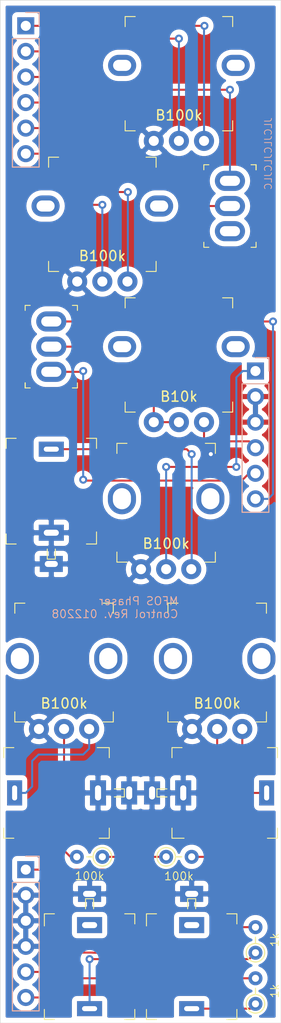
<source format=kicad_pcb>
(kicad_pcb (version 20171130) (host pcbnew "(5.1.10)-1")
  (layers (0 F.Cu signal) (31 B.Cu signal) (34 B.Paste user) (35 F.Paste user) (36 B.SilkS user) (37 F.SilkS user) (38 B.Mask user) (39 F.Mask user) (44 Edge.Cuts user))
  (net 0 "")
  (net 1 Depth_W)
  (net 2 Depth_CW)
  (net 3 Mode_Out)
  (net 4 Mode_In)
  (net 5 Rate_W)
  (net 6 Rate_CW)
  (net 7 Out2)
  (net 8 Out1)
  (net 9 GND)
  (net 10 CV)
  (net 11 OUT8)
  (net 12 OUT4)
  (net 13 FB)
  (net 14 In)
  (net 15 "Net-(J4-PadT)")
  (net 16 "Net-(J5-PadT)")
  (net 17 "Net-(J6-PadT)")
  (net 18 "Net-(J7-PadT)")
  (net 19 "Net-(J8-PadT)")
  (net 20 "Net-(P1-PadW)")
  (net 21 "Net-(P2-PadW)")
  (net 22 "Net-(P5-PadCCW)")
  (module Resistor_THT:R_Axial_DIN0204_L3.6mm_D1.6mm_P2.54mm_Vertical (layer F.Cu) (at 16.51 85.09)
    (fp_text reference R4 hide)
    (fp_text value 100k (at 1.27 1.92) (layer F.SilkS) (effects (font (size 0.8 0.8) (thickness 0.1))))
    (fp_line (start 0.92 0) (end 1.54 0) (layer F.SilkS) (width 0.12))
    (fp_circle (center 0 0) (end 0.92 0) (layer F.SilkS) (width 0.12))
    (pad 2 thru_hole oval (at 2.54 0) (size 1.4 1.4) (drill 0.7) (layers *.Cu *.Mask) (net 21 "Net-(P2-PadW)"))
    (pad 1 thru_hole circle (at 0 0) (size 1.4 1.4) (drill 0.7) (layers *.Cu *.Mask) (net 10 CV))
  )
  (module Resistor_THT:R_Axial_DIN0204_L3.6mm_D1.6mm_P2.54mm_Vertical (layer F.Cu) (at 10.16 85.09 180)
    (fp_text reference R3 hide)
    (fp_text value 100k (at 1.27 -1.905) (layer F.SilkS) (effects (font (size 0.8 0.8) (thickness 0.1))))
    (fp_line (start 0.92 0) (end 1.54 0) (layer F.SilkS) (width 0.12))
    (fp_circle (center 0 0) (end 0.92 0) (layer F.SilkS) (width 0.12))
    (pad 2 thru_hole oval (at 2.54 0 180) (size 1.4 1.4) (drill 0.7) (layers *.Cu *.Mask) (net 20 "Net-(P1-PadW)"))
    (pad 1 thru_hole circle (at 0 0 180) (size 1.4 1.4) (drill 0.7) (layers *.Cu *.Mask) (net 10 CV))
  )
  (module Resistor_THT:R_Axial_DIN0204_L3.6mm_D1.6mm_P2.54mm_Vertical (layer F.Cu) (at 25.4 99.695 90)
    (fp_text reference R2 hide)
    (fp_text value 1k (at 1.27 1.92 90) (layer F.SilkS) (effects (font (size 0.8 0.8) (thickness 0.1))))
    (fp_line (start 0.92 0) (end 1.54 0) (layer F.SilkS) (width 0.12))
    (fp_circle (center 0 0) (end 0.92 0) (layer F.SilkS) (width 0.12))
    (pad 2 thru_hole oval (at 2.54 0 90) (size 1.4 1.4) (drill 0.7) (layers *.Cu *.Mask) (net 7 Out2))
    (pad 1 thru_hole circle (at 0 0 90) (size 1.4 1.4) (drill 0.7) (layers *.Cu *.Mask) (net 19 "Net-(J8-PadT)"))
  )
  (module Resistor_THT:R_Axial_DIN0204_L3.6mm_D1.6mm_P2.54mm_Vertical (layer F.Cu) (at 25.4 94.615 90)
    (fp_text reference R1 hide)
    (fp_text value 1k (at 1.27 1.92 90) (layer F.SilkS) (effects (font (size 0.8 0.8) (thickness 0.1))))
    (fp_line (start 0.92 0) (end 1.54 0) (layer F.SilkS) (width 0.12))
    (fp_circle (center 0 0) (end 0.92 0) (layer F.SilkS) (width 0.12))
    (pad 2 thru_hole oval (at 2.54 0 90) (size 1.4 1.4) (drill 0.7) (layers *.Cu *.Mask) (net 8 Out1))
    (pad 1 thru_hole circle (at 0 0 90) (size 1.4 1.4) (drill 0.7) (layers *.Cu *.Mask) (net 18 "Net-(J7-PadT)"))
  )
  (module Potentiometer_THT_Additional:Potentiometer_AlpsAlpine_RK09K1130 (layer F.Cu) (at 16.51 56.515)
    (fp_text reference P3 hide)
    (fp_text value B100k (at 0 -2.54) (layer F.SilkS))
    (fp_line (start -4.9 -0.7) (end -3.9 -0.7) (layer F.SilkS) (width 0.1))
    (fp_line (start -4.9 -0.7) (end -4.9 -1.7) (layer F.SilkS) (width 0.1))
    (fp_line (start 4.9 -0.7) (end 3.9 -0.7) (layer F.SilkS) (width 0.1))
    (fp_line (start 4.9 -0.7) (end 4.9 -1.7) (layer F.SilkS) (width 0.1))
    (fp_line (start 4.9 -12.5) (end 4.9 -11.5) (layer F.SilkS) (width 0.1))
    (fp_line (start 4.9 -12.5) (end 3.9 -12.5) (layer F.SilkS) (width 0.1))
    (fp_line (start -4.9 -12.5) (end -3.9 -12.5) (layer F.SilkS) (width 0.1))
    (fp_line (start -4.9 -12.5) (end -4.9 -11.5) (layer F.SilkS) (width 0.1))
    (pad "" np_thru_hole oval (at 4.4 -7) (size 2.8 3.1) (drill oval 1.8 2.1) (layers *.Cu *.Mask))
    (pad CW thru_hole circle (at 2.5 0) (size 2 2) (drill 1) (layers *.Cu *.Mask) (net 17 "Net-(J6-PadT)"))
    (pad W thru_hole circle (at 0 0) (size 2 2) (drill 1) (layers *.Cu *.Mask) (net 14 In))
    (pad CCW thru_hole circle (at -2.5 0) (size 2 2) (drill 1) (layers *.Cu *.Mask) (net 9 GND))
    (pad "" np_thru_hole oval (at -4.4 -7) (size 2.8 3.1) (drill oval 1.8 2.1) (layers *.Cu *.Mask))
  )
  (module Switches_Additional:Switches_SMTS-10x (layer F.Cu) (at 22.86 20.44)
    (fp_text reference SW2 hide)
    (fp_text value Mode hide)
    (fp_line (start 2.6 -4.1) (end 2.6 -3.6) (layer F.SilkS) (width 0.12))
    (fp_line (start 2.1 -4.1) (end 2.6 -4.1) (layer F.SilkS) (width 0.1))
    (fp_line (start 2.6 4.1) (end 2.1 4.1) (layer F.SilkS) (width 0.1))
    (fp_line (start 2.6 4.1) (end 2.6 3.6) (layer F.SilkS) (width 0.1))
    (fp_line (start -2.6 4.1) (end -2.1 4.1) (layer F.SilkS) (width 0.1))
    (fp_line (start -2.6 4.1) (end -2.6 3.6) (layer F.SilkS) (width 0.1))
    (fp_line (start -2.6 -4.1) (end -2.1 -4.1) (layer F.SilkS) (width 0.1))
    (fp_line (start -2.6 -4.1) (end -2.6 -3.6) (layer F.SilkS) (width 0.1))
    (pad 1 thru_hole oval (at 0 -2.5) (size 3 2) (drill oval 2 1) (layers *.Cu *.Mask) (net 4 Mode_In))
    (pad 2 thru_hole oval (at 0 0) (size 3 2) (drill oval 2 1) (layers *.Cu *.Mask) (net 3 Mode_Out))
    (pad 3 thru_hole oval (at 0 2.5) (size 3 2) (drill oval 2 1) (layers *.Cu *.Mask))
  )
  (module Switches_Additional:Switches_SMTS-10x (layer F.Cu) (at 5.08 34.41 180)
    (fp_text reference SW1 hide)
    (fp_text value Stages hide)
    (fp_line (start 2.6 -4.1) (end 2.6 -3.6) (layer F.SilkS) (width 0.12))
    (fp_line (start 2.1 -4.1) (end 2.6 -4.1) (layer F.SilkS) (width 0.1))
    (fp_line (start 2.6 4.1) (end 2.1 4.1) (layer F.SilkS) (width 0.1))
    (fp_line (start 2.6 4.1) (end 2.6 3.6) (layer F.SilkS) (width 0.1))
    (fp_line (start -2.6 4.1) (end -2.1 4.1) (layer F.SilkS) (width 0.1))
    (fp_line (start -2.6 4.1) (end -2.6 3.6) (layer F.SilkS) (width 0.1))
    (fp_line (start -2.6 -4.1) (end -2.1 -4.1) (layer F.SilkS) (width 0.1))
    (fp_line (start -2.6 -4.1) (end -2.6 -3.6) (layer F.SilkS) (width 0.1))
    (pad 1 thru_hole oval (at 0 -2.5 180) (size 3 2) (drill oval 2 1) (layers *.Cu *.Mask) (net 12 OUT4))
    (pad 2 thru_hole oval (at 0 0 180) (size 3 2) (drill oval 2 1) (layers *.Cu *.Mask) (net 22 "Net-(P5-PadCCW)"))
    (pad 3 thru_hole oval (at 0 2.5 180) (size 3 2) (drill oval 2 1) (layers *.Cu *.Mask) (net 11 OUT8))
  )
  (module Potentiometer_THT_Additional:Potentiometer_AlpsAlpine_RK09L1140 (layer F.Cu) (at 10.16 27.94)
    (fp_text reference P6 hide)
    (fp_text value B100k (at 0 -2.54) (layer F.SilkS))
    (fp_line (start 5.35 -1) (end 4.35 -1) (layer F.SilkS) (width 0.1))
    (fp_line (start 5.35 -1) (end 5.35 -2) (layer F.SilkS) (width 0.1))
    (fp_line (start -5.35 -1) (end -4.35 -1) (layer F.SilkS) (width 0.1))
    (fp_line (start -5.35 -1) (end -5.35 -2) (layer F.SilkS) (width 0.1))
    (fp_line (start 5.35 -12.35) (end 5.35 -11.35) (layer F.SilkS) (width 0.1))
    (fp_line (start 5.35 -12.35) (end 4.35 -12.35) (layer F.SilkS) (width 0.1))
    (fp_line (start -5.35 -12.35) (end -5.35 -11.35) (layer F.SilkS) (width 0.1))
    (fp_line (start -5.35 -12.35) (end -4.35 -12.35) (layer F.SilkS) (width 0.1))
    (pad CW thru_hole circle (at 2.5 0) (size 2 2) (drill 1) (layers *.Cu *.Mask) (net 2 Depth_CW))
    (pad W thru_hole circle (at 0 0) (size 2 2) (drill 1) (layers *.Cu *.Mask) (net 1 Depth_W))
    (pad CCW thru_hole circle (at -2.5 0) (size 2 2) (drill 1) (layers *.Cu *.Mask) (net 9 GND))
    (pad "" np_thru_hole oval (at 5.65 -7.5) (size 2.8 2.1) (drill oval 1.8 1.1) (layers *.Cu *.Mask))
    (pad "" np_thru_hole oval (at -5.65 -7.5) (size 2.8 2.1) (drill oval 1.8 1.1) (layers *.Cu *.Mask))
  )
  (module Potentiometer_THT_Additional:Potentiometer_AlpsAlpine_RK09L1140 (layer F.Cu) (at 17.78 41.91)
    (fp_text reference P5 hide)
    (fp_text value B10k (at 0 -2.54) (layer F.SilkS))
    (fp_line (start 5.35 -1) (end 4.35 -1) (layer F.SilkS) (width 0.1))
    (fp_line (start 5.35 -1) (end 5.35 -2) (layer F.SilkS) (width 0.1))
    (fp_line (start -5.35 -1) (end -4.35 -1) (layer F.SilkS) (width 0.1))
    (fp_line (start -5.35 -1) (end -5.35 -2) (layer F.SilkS) (width 0.1))
    (fp_line (start 5.35 -12.35) (end 5.35 -11.35) (layer F.SilkS) (width 0.1))
    (fp_line (start 5.35 -12.35) (end 4.35 -12.35) (layer F.SilkS) (width 0.1))
    (fp_line (start -5.35 -12.35) (end -5.35 -11.35) (layer F.SilkS) (width 0.1))
    (fp_line (start -5.35 -12.35) (end -4.35 -12.35) (layer F.SilkS) (width 0.1))
    (pad CW thru_hole circle (at 2.5 0) (size 2 2) (drill 1) (layers *.Cu *.Mask) (net 13 FB))
    (pad W thru_hole circle (at 0 0) (size 2 2) (drill 1) (layers *.Cu *.Mask) (net 22 "Net-(P5-PadCCW)"))
    (pad CCW thru_hole circle (at -2.5 0) (size 2 2) (drill 1) (layers *.Cu *.Mask) (net 22 "Net-(P5-PadCCW)"))
    (pad "" np_thru_hole oval (at 5.65 -7.5) (size 2.8 2.1) (drill oval 1.8 1.1) (layers *.Cu *.Mask))
    (pad "" np_thru_hole oval (at -5.65 -7.5) (size 2.8 2.1) (drill oval 1.8 1.1) (layers *.Cu *.Mask))
  )
  (module Potentiometer_THT_Additional:Potentiometer_AlpsAlpine_RK09L1140 (layer F.Cu) (at 17.78 13.97)
    (fp_text reference P4 hide)
    (fp_text value B100k (at 0 -2.54) (layer F.SilkS))
    (fp_line (start 5.35 -1) (end 4.35 -1) (layer F.SilkS) (width 0.1))
    (fp_line (start 5.35 -1) (end 5.35 -2) (layer F.SilkS) (width 0.1))
    (fp_line (start -5.35 -1) (end -4.35 -1) (layer F.SilkS) (width 0.1))
    (fp_line (start -5.35 -1) (end -5.35 -2) (layer F.SilkS) (width 0.1))
    (fp_line (start 5.35 -12.35) (end 5.35 -11.35) (layer F.SilkS) (width 0.1))
    (fp_line (start 5.35 -12.35) (end 4.35 -12.35) (layer F.SilkS) (width 0.1))
    (fp_line (start -5.35 -12.35) (end -5.35 -11.35) (layer F.SilkS) (width 0.1))
    (fp_line (start -5.35 -12.35) (end -4.35 -12.35) (layer F.SilkS) (width 0.1))
    (pad CW thru_hole circle (at 2.5 0) (size 2 2) (drill 1) (layers *.Cu *.Mask) (net 6 Rate_CW))
    (pad W thru_hole circle (at 0 0) (size 2 2) (drill 1) (layers *.Cu *.Mask) (net 5 Rate_W))
    (pad CCW thru_hole circle (at -2.5 0) (size 2 2) (drill 1) (layers *.Cu *.Mask) (net 9 GND))
    (pad "" np_thru_hole oval (at 5.65 -7.5) (size 2.8 2.1) (drill oval 1.8 1.1) (layers *.Cu *.Mask))
    (pad "" np_thru_hole oval (at -5.65 -7.5) (size 2.8 2.1) (drill oval 1.8 1.1) (layers *.Cu *.Mask))
  )
  (module Potentiometer_THT_Additional:Potentiometer_AlpsAlpine_RK09K1130 (layer F.Cu) (at 21.59 72.39)
    (fp_text reference P2 hide)
    (fp_text value B100k (at 0 -2.54) (layer F.SilkS))
    (fp_line (start -4.9 -0.7) (end -3.9 -0.7) (layer F.SilkS) (width 0.1))
    (fp_line (start -4.9 -0.7) (end -4.9 -1.7) (layer F.SilkS) (width 0.1))
    (fp_line (start 4.9 -0.7) (end 3.9 -0.7) (layer F.SilkS) (width 0.1))
    (fp_line (start 4.9 -0.7) (end 4.9 -1.7) (layer F.SilkS) (width 0.1))
    (fp_line (start 4.9 -12.5) (end 4.9 -11.5) (layer F.SilkS) (width 0.1))
    (fp_line (start 4.9 -12.5) (end 3.9 -12.5) (layer F.SilkS) (width 0.1))
    (fp_line (start -4.9 -12.5) (end -3.9 -12.5) (layer F.SilkS) (width 0.1))
    (fp_line (start -4.9 -12.5) (end -4.9 -11.5) (layer F.SilkS) (width 0.1))
    (pad "" np_thru_hole oval (at 4.4 -7) (size 2.8 3.1) (drill oval 1.8 2.1) (layers *.Cu *.Mask))
    (pad CW thru_hole circle (at 2.5 0) (size 2 2) (drill 1) (layers *.Cu *.Mask) (net 16 "Net-(J5-PadT)"))
    (pad W thru_hole circle (at 0 0) (size 2 2) (drill 1) (layers *.Cu *.Mask) (net 21 "Net-(P2-PadW)"))
    (pad CCW thru_hole circle (at -2.5 0) (size 2 2) (drill 1) (layers *.Cu *.Mask) (net 9 GND))
    (pad "" np_thru_hole oval (at -4.4 -7) (size 2.8 3.1) (drill oval 1.8 2.1) (layers *.Cu *.Mask))
  )
  (module Potentiometer_THT_Additional:Potentiometer_AlpsAlpine_RK09K1130 (layer F.Cu) (at 6.35 72.39)
    (fp_text reference P1 hide)
    (fp_text value B100k (at 0 -2.54) (layer F.SilkS))
    (fp_line (start -4.9 -0.7) (end -3.9 -0.7) (layer F.SilkS) (width 0.1))
    (fp_line (start -4.9 -0.7) (end -4.9 -1.7) (layer F.SilkS) (width 0.1))
    (fp_line (start 4.9 -0.7) (end 3.9 -0.7) (layer F.SilkS) (width 0.1))
    (fp_line (start 4.9 -0.7) (end 4.9 -1.7) (layer F.SilkS) (width 0.1))
    (fp_line (start 4.9 -12.5) (end 4.9 -11.5) (layer F.SilkS) (width 0.1))
    (fp_line (start 4.9 -12.5) (end 3.9 -12.5) (layer F.SilkS) (width 0.1))
    (fp_line (start -4.9 -12.5) (end -3.9 -12.5) (layer F.SilkS) (width 0.1))
    (fp_line (start -4.9 -12.5) (end -4.9 -11.5) (layer F.SilkS) (width 0.1))
    (pad "" np_thru_hole oval (at 4.4 -7) (size 2.8 3.1) (drill oval 1.8 2.1) (layers *.Cu *.Mask))
    (pad CW thru_hole circle (at 2.5 0) (size 2 2) (drill 1) (layers *.Cu *.Mask) (net 15 "Net-(J4-PadT)"))
    (pad W thru_hole circle (at 0 0) (size 2 2) (drill 1) (layers *.Cu *.Mask) (net 20 "Net-(P1-PadW)"))
    (pad CCW thru_hole circle (at -2.5 0) (size 2 2) (drill 1) (layers *.Cu *.Mask) (net 9 GND))
    (pad "" np_thru_hole oval (at -4.4 -7) (size 2.8 3.1) (drill oval 1.8 2.1) (layers *.Cu *.Mask))
  )
  (module Connector_Audio_QingPu:Jack_3.5mm_QingPu_WQP-PJ301M-12 (layer F.Cu) (at 19.05 95.25 180)
    (fp_text reference J8 hide)
    (fp_text value Out2 hide)
    (fp_line (start 0.4 5) (end 0.4 6) (layer F.SilkS) (width 0.1))
    (fp_line (start -0.4 6) (end 0.4 6) (layer F.SilkS) (width 0.1))
    (fp_line (start -0.4 5) (end -0.4 6) (layer F.SilkS) (width 0.1))
    (fp_line (start 4.5 4.5) (end 3.5 4.5) (layer F.SilkS) (width 0.1))
    (fp_line (start 4.5 4.5) (end 4.5 3.3) (layer F.SilkS) (width 0.1))
    (fp_line (start -4.5 4.5) (end -3.5 4.5) (layer F.SilkS) (width 0.1))
    (fp_line (start -4.5 4.5) (end -4.5 3.5) (layer F.SilkS) (width 0.1))
    (fp_line (start 4.5 -6) (end 3.5 -6) (layer F.SilkS) (width 0.1))
    (fp_line (start 4.5 -6) (end 4.5 -5) (layer F.SilkS) (width 0.1))
    (fp_line (start -4.5 -6) (end -4.5 -5) (layer F.SilkS) (width 0.1))
    (fp_line (start -4.5 -6) (end -3.5 -6) (layer F.SilkS) (width 0.1))
    (pad T thru_hole rect (at 0 -4.92 180) (size 2.5 1.5) (drill oval 1.5 0.5) (layers *.Cu *.Mask) (net 19 "Net-(J8-PadT)"))
    (pad TN thru_hole rect (at 0 3.38 180) (size 2.5 1.6) (drill oval 1.5 0.6) (layers *.Cu *.Mask))
    (pad S thru_hole rect (at 0 6.48 180) (size 2.3 1.6) (drill oval 1.3 0.6) (layers *.Cu *.Mask) (net 9 GND))
  )
  (module Connector_Audio_QingPu:Jack_3.5mm_QingPu_WQP-PJ301M-12 (layer F.Cu) (at 8.89 95.25 180)
    (fp_text reference J7 hide)
    (fp_text value Out1 hide)
    (fp_line (start 0.4 5) (end 0.4 6) (layer F.SilkS) (width 0.1))
    (fp_line (start -0.4 6) (end 0.4 6) (layer F.SilkS) (width 0.1))
    (fp_line (start -0.4 5) (end -0.4 6) (layer F.SilkS) (width 0.1))
    (fp_line (start 4.5 4.5) (end 3.5 4.5) (layer F.SilkS) (width 0.1))
    (fp_line (start 4.5 4.5) (end 4.5 3.3) (layer F.SilkS) (width 0.1))
    (fp_line (start -4.5 4.5) (end -3.5 4.5) (layer F.SilkS) (width 0.1))
    (fp_line (start -4.5 4.5) (end -4.5 3.5) (layer F.SilkS) (width 0.1))
    (fp_line (start 4.5 -6) (end 3.5 -6) (layer F.SilkS) (width 0.1))
    (fp_line (start 4.5 -6) (end 4.5 -5) (layer F.SilkS) (width 0.1))
    (fp_line (start -4.5 -6) (end -4.5 -5) (layer F.SilkS) (width 0.1))
    (fp_line (start -4.5 -6) (end -3.5 -6) (layer F.SilkS) (width 0.1))
    (pad T thru_hole rect (at 0 -4.92 180) (size 2.5 1.5) (drill oval 1.5 0.5) (layers *.Cu *.Mask) (net 18 "Net-(J7-PadT)"))
    (pad TN thru_hole rect (at 0 3.38 180) (size 2.5 1.6) (drill oval 1.5 0.6) (layers *.Cu *.Mask))
    (pad S thru_hole rect (at 0 6.48 180) (size 2.3 1.6) (drill oval 1.3 0.6) (layers *.Cu *.Mask) (net 9 GND))
  )
  (module Connector_Audio_QingPu:Jack_3.5mm_QingPu_WQP-PJ301M-12 (layer F.Cu) (at 5.08 49.515)
    (fp_text reference J6 hide)
    (fp_text value In hide)
    (fp_line (start 0.4 5) (end 0.4 6) (layer F.SilkS) (width 0.1))
    (fp_line (start -0.4 6) (end 0.4 6) (layer F.SilkS) (width 0.1))
    (fp_line (start -0.4 5) (end -0.4 6) (layer F.SilkS) (width 0.1))
    (fp_line (start 4.5 4.5) (end 3.5 4.5) (layer F.SilkS) (width 0.1))
    (fp_line (start 4.5 4.5) (end 4.5 3.3) (layer F.SilkS) (width 0.1))
    (fp_line (start -4.5 4.5) (end -3.5 4.5) (layer F.SilkS) (width 0.1))
    (fp_line (start -4.5 4.5) (end -4.5 3.5) (layer F.SilkS) (width 0.1))
    (fp_line (start 4.5 -6) (end 3.5 -6) (layer F.SilkS) (width 0.1))
    (fp_line (start 4.5 -6) (end 4.5 -5) (layer F.SilkS) (width 0.1))
    (fp_line (start -4.5 -6) (end -4.5 -5) (layer F.SilkS) (width 0.1))
    (fp_line (start -4.5 -6) (end -3.5 -6) (layer F.SilkS) (width 0.1))
    (pad T thru_hole rect (at 0 -4.92) (size 2.5 1.5) (drill oval 1.5 0.5) (layers *.Cu *.Mask) (net 17 "Net-(J6-PadT)"))
    (pad TN thru_hole rect (at 0 3.38) (size 2.5 1.6) (drill oval 1.5 0.6) (layers *.Cu *.Mask) (net 9 GND))
    (pad S thru_hole rect (at 0 6.48) (size 2.3 1.6) (drill oval 1.3 0.6) (layers *.Cu *.Mask) (net 9 GND))
  )
  (module Connector_Audio_QingPu:Jack_3.5mm_QingPu_WQP-PJ301M-12 (layer F.Cu) (at 21.59 78.74 270)
    (fp_text reference J5 hide)
    (fp_text value CV2 hide)
    (fp_line (start 0.4 5) (end 0.4 6) (layer F.SilkS) (width 0.1))
    (fp_line (start -0.4 6) (end 0.4 6) (layer F.SilkS) (width 0.1))
    (fp_line (start -0.4 5) (end -0.4 6) (layer F.SilkS) (width 0.1))
    (fp_line (start 4.5 4.5) (end 3.5 4.5) (layer F.SilkS) (width 0.1))
    (fp_line (start 4.5 4.5) (end 4.5 3.3) (layer F.SilkS) (width 0.1))
    (fp_line (start -4.5 4.5) (end -3.5 4.5) (layer F.SilkS) (width 0.1))
    (fp_line (start -4.5 4.5) (end -4.5 3.5) (layer F.SilkS) (width 0.1))
    (fp_line (start 4.5 -6) (end 3.5 -6) (layer F.SilkS) (width 0.1))
    (fp_line (start 4.5 -6) (end 4.5 -5) (layer F.SilkS) (width 0.1))
    (fp_line (start -4.5 -6) (end -4.5 -5) (layer F.SilkS) (width 0.1))
    (fp_line (start -4.5 -6) (end -3.5 -6) (layer F.SilkS) (width 0.1))
    (pad T thru_hole rect (at 0 -4.92 270) (size 2.5 1.5) (drill oval 1.5 0.5) (layers *.Cu *.Mask) (net 16 "Net-(J5-PadT)"))
    (pad TN thru_hole rect (at 0 3.38 270) (size 2.5 1.6) (drill oval 1.5 0.6) (layers *.Cu *.Mask) (net 9 GND))
    (pad S thru_hole rect (at 0 6.48 270) (size 2.3 1.6) (drill oval 1.3 0.6) (layers *.Cu *.Mask) (net 9 GND))
  )
  (module Connector_Audio_QingPu:Jack_3.5mm_QingPu_WQP-PJ301M-12 (layer F.Cu) (at 6.35 78.74 90)
    (fp_text reference J4 hide)
    (fp_text value CV1 hide)
    (fp_line (start 0.4 5) (end 0.4 6) (layer F.SilkS) (width 0.1))
    (fp_line (start -0.4 6) (end 0.4 6) (layer F.SilkS) (width 0.1))
    (fp_line (start -0.4 5) (end -0.4 6) (layer F.SilkS) (width 0.1))
    (fp_line (start 4.5 4.5) (end 3.5 4.5) (layer F.SilkS) (width 0.1))
    (fp_line (start 4.5 4.5) (end 4.5 3.3) (layer F.SilkS) (width 0.1))
    (fp_line (start -4.5 4.5) (end -3.5 4.5) (layer F.SilkS) (width 0.1))
    (fp_line (start -4.5 4.5) (end -4.5 3.5) (layer F.SilkS) (width 0.1))
    (fp_line (start 4.5 -6) (end 3.5 -6) (layer F.SilkS) (width 0.1))
    (fp_line (start 4.5 -6) (end 4.5 -5) (layer F.SilkS) (width 0.1))
    (fp_line (start -4.5 -6) (end -4.5 -5) (layer F.SilkS) (width 0.1))
    (fp_line (start -4.5 -6) (end -3.5 -6) (layer F.SilkS) (width 0.1))
    (pad T thru_hole rect (at 0 -4.92 90) (size 2.5 1.5) (drill oval 1.5 0.5) (layers *.Cu *.Mask) (net 15 "Net-(J4-PadT)"))
    (pad TN thru_hole rect (at 0 3.38 90) (size 2.5 1.6) (drill oval 1.5 0.6) (layers *.Cu *.Mask) (net 9 GND))
    (pad S thru_hole rect (at 0 6.48 90) (size 2.3 1.6) (drill oval 1.3 0.6) (layers *.Cu *.Mask) (net 9 GND))
  )
  (module Connector_PinHeader_2.54mm:PinHeader_1x06_P2.54mm_Vertical (layer B.Cu) (at 25.4 36.83 180)
    (fp_text reference J3 hide)
    (fp_text value In hide)
    (fp_line (start -1.33 -14.03) (end 1.33 -14.03) (layer B.SilkS) (width 0.12))
    (fp_line (start -1.33 -1.27) (end -1.33 -14.03) (layer B.SilkS) (width 0.12))
    (fp_line (start 1.33 -1.27) (end 1.33 -14.03) (layer B.SilkS) (width 0.12))
    (fp_line (start -1.33 -1.27) (end 1.33 -1.27) (layer B.SilkS) (width 0.12))
    (fp_line (start -1.33 0) (end -1.33 1.33) (layer B.SilkS) (width 0.12))
    (fp_line (start -1.33 1.33) (end 0 1.33) (layer B.SilkS) (width 0.12))
    (pad 6 thru_hole oval (at 0 -12.7 180) (size 1.7 1.7) (drill 1) (layers *.Cu *.Mask) (net 11 OUT8))
    (pad 5 thru_hole oval (at 0 -10.16 180) (size 1.7 1.7) (drill 1) (layers *.Cu *.Mask) (net 12 OUT4))
    (pad 4 thru_hole oval (at 0 -7.62 180) (size 1.7 1.7) (drill 1) (layers *.Cu *.Mask) (net 13 FB))
    (pad 3 thru_hole oval (at 0 -5.08 180) (size 1.7 1.7) (drill 1) (layers *.Cu *.Mask) (net 9 GND))
    (pad 2 thru_hole oval (at 0 -2.54 180) (size 1.7 1.7) (drill 1) (layers *.Cu *.Mask) (net 9 GND))
    (pad 1 thru_hole rect (at 0 0 180) (size 1.7 1.7) (drill 1) (layers *.Cu *.Mask) (net 14 In))
  )
  (module Connector_PinHeader_2.54mm:PinHeader_1x06_P2.54mm_Vertical (layer B.Cu) (at 2.54 86.36 180)
    (fp_text reference J2 hide)
    (fp_text value CV_OUT hide)
    (fp_line (start -1.33 -14.03) (end 1.33 -14.03) (layer B.SilkS) (width 0.12))
    (fp_line (start -1.33 -1.27) (end -1.33 -14.03) (layer B.SilkS) (width 0.12))
    (fp_line (start 1.33 -1.27) (end 1.33 -14.03) (layer B.SilkS) (width 0.12))
    (fp_line (start -1.33 -1.27) (end 1.33 -1.27) (layer B.SilkS) (width 0.12))
    (fp_line (start -1.33 0) (end -1.33 1.33) (layer B.SilkS) (width 0.12))
    (fp_line (start -1.33 1.33) (end 0 1.33) (layer B.SilkS) (width 0.12))
    (pad 6 thru_hole oval (at 0 -12.7 180) (size 1.7 1.7) (drill 1) (layers *.Cu *.Mask) (net 7 Out2))
    (pad 5 thru_hole oval (at 0 -10.16 180) (size 1.7 1.7) (drill 1) (layers *.Cu *.Mask) (net 8 Out1))
    (pad 4 thru_hole oval (at 0 -7.62 180) (size 1.7 1.7) (drill 1) (layers *.Cu *.Mask) (net 9 GND))
    (pad 3 thru_hole oval (at 0 -5.08 180) (size 1.7 1.7) (drill 1) (layers *.Cu *.Mask) (net 9 GND))
    (pad 2 thru_hole oval (at 0 -2.54 180) (size 1.7 1.7) (drill 1) (layers *.Cu *.Mask) (net 9 GND))
    (pad 1 thru_hole rect (at 0 0 180) (size 1.7 1.7) (drill 1) (layers *.Cu *.Mask) (net 10 CV))
  )
  (module Connector_PinHeader_2.54mm:PinHeader_1x06_P2.54mm_Vertical (layer B.Cu) (at 2.54 2.54 180)
    (fp_text reference J1 hide)
    (fp_text value LFO hide)
    (fp_line (start -1.33 -14.03) (end 1.33 -14.03) (layer B.SilkS) (width 0.12))
    (fp_line (start -1.33 -1.27) (end -1.33 -14.03) (layer B.SilkS) (width 0.12))
    (fp_line (start 1.33 -1.27) (end 1.33 -14.03) (layer B.SilkS) (width 0.12))
    (fp_line (start -1.33 -1.27) (end 1.33 -1.27) (layer B.SilkS) (width 0.12))
    (fp_line (start -1.33 0) (end -1.33 1.33) (layer B.SilkS) (width 0.12))
    (fp_line (start -1.33 1.33) (end 0 1.33) (layer B.SilkS) (width 0.12))
    (pad 6 thru_hole oval (at 0 -12.7 180) (size 1.7 1.7) (drill 1) (layers *.Cu *.Mask) (net 1 Depth_W))
    (pad 5 thru_hole oval (at 0 -10.16 180) (size 1.7 1.7) (drill 1) (layers *.Cu *.Mask) (net 2 Depth_CW))
    (pad 4 thru_hole oval (at 0 -7.62 180) (size 1.7 1.7) (drill 1) (layers *.Cu *.Mask) (net 3 Mode_Out))
    (pad 3 thru_hole oval (at 0 -5.08 180) (size 1.7 1.7) (drill 1) (layers *.Cu *.Mask) (net 4 Mode_In))
    (pad 2 thru_hole oval (at 0 -2.54 180) (size 1.7 1.7) (drill 1) (layers *.Cu *.Mask) (net 5 Rate_W))
    (pad 1 thru_hole rect (at 0 0 180) (size 1.7 1.7) (drill 1) (layers *.Cu *.Mask) (net 6 Rate_CW))
  )
  (gr_text JLCJLCJLCJLC (at 26.67 15.24 90) (layer B.SilkS) (effects (font (size 0.7 0.7) (thickness 0.08)) (justify mirror)))
  (gr_text "MFOS Phaser\nControl Rev. 012208" (at 17.78 60.325) (layer B.SilkS) (effects (font (size 0.8 0.8) (thickness 0.1)) (justify left mirror)))
  (gr_line (start 0 101.6) (end 0 0) (layer Edge.Cuts) (width 0.05))
  (gr_line (start 27.94 101.6) (end 0 101.6) (layer Edge.Cuts) (width 0.05))
  (gr_line (start 27.94 0) (end 27.94 101.6) (layer Edge.Cuts) (width 0.05))
  (gr_line (start 0 0) (end 27.94 0) (layer Edge.Cuts) (width 0.05))
  (segment (start 2.54 15.24) (end 5.715 15.24) (width 0.2) (layer F.Cu) (net 1))
  (segment (start 5.715 15.24) (end 6.35 15.875) (width 0.2) (layer F.Cu) (net 1))
  (segment (start 6.35 15.875) (end 6.35 17.78) (width 0.2) (layer F.Cu) (net 1))
  (segment (start 6.35 17.78) (end 8.89 20.32) (width 0.2) (layer F.Cu) (net 1))
  (segment (start 8.89 20.32) (end 10.16 20.32) (width 0.2) (layer F.Cu) (net 1))
  (segment (start 10.16 20.32) (end 10.16 20.32) (width 0.2) (layer F.Cu) (net 1))
  (via (at 10.16 20.32) (size 0.8) (drill 0.4) (layers F.Cu B.Cu) (net 1))
  (segment (start 10.16 20.32) (end 10.16 27.94) (width 0.2) (layer B.Cu) (net 1))
  (segment (start 2.54 12.7) (end 6.985 12.7) (width 0.2) (layer F.Cu) (net 2))
  (segment (start 6.985 12.7) (end 7.62 13.335) (width 0.2) (layer F.Cu) (net 2))
  (segment (start 7.62 13.335) (end 7.62 17.145) (width 0.2) (layer F.Cu) (net 2))
  (segment (start 7.62 17.145) (end 9.525 19.05) (width 0.2) (layer F.Cu) (net 2))
  (segment (start 9.525 19.05) (end 12.7 19.05) (width 0.2) (layer F.Cu) (net 2))
  (segment (start 12.7 19.05) (end 12.7 19.05) (width 0.2) (layer F.Cu) (net 2))
  (via (at 12.7 19.05) (size 0.8) (drill 0.4) (layers F.Cu B.Cu) (net 2))
  (segment (start 12.7 27.9) (end 12.66 27.94) (width 0.2) (layer B.Cu) (net 2))
  (segment (start 12.7 19.05) (end 12.7 27.9) (width 0.2) (layer B.Cu) (net 2))
  (segment (start 2.54 10.16) (end 6.985 10.16) (width 0.2) (layer F.Cu) (net 3))
  (segment (start 6.985 10.16) (end 8.89 12.065) (width 0.2) (layer F.Cu) (net 3))
  (segment (start 8.89 12.065) (end 8.89 15.875) (width 0.2) (layer F.Cu) (net 3))
  (segment (start 8.89 15.875) (end 10.795 17.78) (width 0.2) (layer F.Cu) (net 3))
  (segment (start 10.795 17.78) (end 17.145 17.78) (width 0.2) (layer F.Cu) (net 3))
  (segment (start 19.805 20.44) (end 22.86 20.44) (width 0.2) (layer F.Cu) (net 3))
  (segment (start 17.145 17.78) (end 19.805 20.44) (width 0.2) (layer F.Cu) (net 3))
  (segment (start 2.54 7.62) (end 6.35 7.62) (width 0.2) (layer F.Cu) (net 4))
  (segment (start 6.35 7.62) (end 7.62 8.89) (width 0.2) (layer F.Cu) (net 4))
  (segment (start 7.62 8.89) (end 22.86 8.89) (width 0.2) (layer F.Cu) (net 4))
  (segment (start 22.86 8.89) (end 22.86 8.89) (width 0.2) (layer F.Cu) (net 4))
  (via (at 22.86 8.89) (size 0.8) (drill 0.4) (layers F.Cu B.Cu) (net 4))
  (segment (start 22.86 17.94) (end 22.86 8.89) (width 0.2) (layer B.Cu) (net 4))
  (segment (start 2.54 5.08) (end 5.715 5.08) (width 0.2) (layer F.Cu) (net 5))
  (segment (start 5.715 5.08) (end 6.985 3.81) (width 0.2) (layer F.Cu) (net 5))
  (segment (start 6.985 3.81) (end 17.78 3.81) (width 0.2) (layer F.Cu) (net 5))
  (segment (start 17.78 3.81) (end 17.78 3.81) (width 0.2) (layer F.Cu) (net 5))
  (via (at 17.78 3.81) (size 0.8) (drill 0.4) (layers F.Cu B.Cu) (net 5))
  (segment (start 17.78 13.97) (end 17.78 3.81) (width 0.2) (layer B.Cu) (net 5))
  (segment (start 2.54 2.54) (end 20.32 2.54) (width 0.2) (layer F.Cu) (net 6))
  (segment (start 20.32 2.54) (end 20.32 2.54) (width 0.2) (layer F.Cu) (net 6))
  (via (at 20.32 2.54) (size 0.8) (drill 0.4) (layers F.Cu B.Cu) (net 6))
  (segment (start 20.28 2.58) (end 20.32 2.54) (width 0.2) (layer B.Cu) (net 6))
  (segment (start 20.28 13.97) (end 20.28 2.58) (width 0.2) (layer B.Cu) (net 6))
  (segment (start 25.4 97.155) (end 5.715 97.155) (width 0.2) (layer F.Cu) (net 7))
  (segment (start 5.715 97.155) (end 5.08 97.79) (width 0.2) (layer F.Cu) (net 7))
  (segment (start 5.08 97.79) (end 5.08 98.425) (width 0.2) (layer F.Cu) (net 7))
  (segment (start 4.445 99.06) (end 2.54 99.06) (width 0.2) (layer F.Cu) (net 7))
  (segment (start 5.08 98.425) (end 4.445 99.06) (width 0.2) (layer F.Cu) (net 7))
  (segment (start 25.4 92.075) (end 24.13 92.075) (width 0.2) (layer F.Cu) (net 8))
  (segment (start 24.13 92.075) (end 23.495 92.71) (width 0.2) (layer F.Cu) (net 8))
  (segment (start 23.495 92.71) (end 23.495 93.98) (width 0.2) (layer F.Cu) (net 8))
  (segment (start 23.495 93.98) (end 22.86 94.615) (width 0.2) (layer F.Cu) (net 8))
  (segment (start 9.202001 94.599999) (end 5.730001 94.599999) (width 0.2) (layer F.Cu) (net 8))
  (segment (start 9.217002 94.615) (end 9.202001 94.599999) (width 0.2) (layer F.Cu) (net 8))
  (segment (start 22.86 94.615) (end 9.217002 94.615) (width 0.2) (layer F.Cu) (net 8))
  (segment (start 5.730001 94.599999) (end 5.08 95.25) (width 0.2) (layer F.Cu) (net 8))
  (segment (start 5.08 95.25) (end 5.08 95.885) (width 0.2) (layer F.Cu) (net 8))
  (segment (start 4.445 96.52) (end 2.54 96.52) (width 0.2) (layer F.Cu) (net 8))
  (segment (start 5.08 95.885) (end 4.445 96.52) (width 0.2) (layer F.Cu) (net 8))
  (via (at 20.955 45.085) (size 0.8) (drill 0.4) (layers F.Cu B.Cu) (net 9))
  (segment (start 13.335 85.09) (end 13.335 85.725) (width 0.2) (layer F.Cu) (net 10))
  (segment (start 10.16 85.09) (end 13.335 85.09) (width 0.2) (layer F.Cu) (net 10))
  (segment (start 13.335 85.09) (end 16.51 85.09) (width 0.2) (layer F.Cu) (net 10))
  (segment (start 12.7 86.36) (end 2.54 86.36) (width 0.2) (layer F.Cu) (net 10))
  (segment (start 13.335 85.725) (end 12.7 86.36) (width 0.2) (layer F.Cu) (net 10))
  (segment (start 5.08 31.91) (end 27.145 31.91) (width 0.2) (layer F.Cu) (net 11))
  (segment (start 27.145 31.91) (end 27.145 31.91) (width 0.2) (layer F.Cu) (net 11))
  (via (at 27.145 31.91) (size 0.8) (drill 0.4) (layers F.Cu B.Cu) (net 11))
  (segment (start 27.145 31.91) (end 27.145 49.055) (width 0.2) (layer B.Cu) (net 11))
  (segment (start 26.67 49.53) (end 25.4 49.53) (width 0.2) (layer B.Cu) (net 11))
  (segment (start 27.145 49.055) (end 26.67 49.53) (width 0.2) (layer B.Cu) (net 11))
  (segment (start 25.4 46.99) (end 24.765 46.99) (width 0.2) (layer F.Cu) (net 12))
  (segment (start 24.04001 47.71499) (end 8.34499 47.71499) (width 0.2) (layer F.Cu) (net 12))
  (segment (start 24.765 46.99) (end 24.04001 47.71499) (width 0.2) (layer F.Cu) (net 12))
  (segment (start 8.34499 47.71499) (end 8.255 47.625) (width 0.2) (layer F.Cu) (net 12))
  (segment (start 8.255 47.625) (end 8.255 47.625) (width 0.2) (layer F.Cu) (net 12))
  (via (at 8.255 47.625) (size 0.8) (drill 0.4) (layers F.Cu B.Cu) (net 12))
  (segment (start 8.255 47.625) (end 8.255 36.83) (width 0.2) (layer B.Cu) (net 12))
  (segment (start 8.255 36.83) (end 8.255 36.83) (width 0.2) (layer B.Cu) (net 12))
  (via (at 8.255 36.83) (size 0.8) (drill 0.4) (layers F.Cu B.Cu) (net 12))
  (segment (start 8.175 36.91) (end 8.255 36.83) (width 0.2) (layer F.Cu) (net 12))
  (segment (start 5.08 36.91) (end 8.175 36.91) (width 0.2) (layer F.Cu) (net 12))
  (segment (start 24.765 43.815) (end 25.4 44.45) (width 0.2) (layer F.Cu) (net 13))
  (segment (start 20.6375 43.815) (end 24.765 43.815) (width 0.2) (layer F.Cu) (net 13))
  (segment (start 20.28 43.4575) (end 20.6375 43.815) (width 0.2) (layer F.Cu) (net 13))
  (segment (start 20.28 41.91) (end 20.28 43.4575) (width 0.2) (layer F.Cu) (net 13))
  (segment (start 16.51 56.515) (end 16.51 46.355) (width 0.2) (layer B.Cu) (net 14))
  (segment (start 16.51 46.355) (end 16.51 46.355) (width 0.2) (layer B.Cu) (net 14))
  (via (at 16.51 46.355) (size 0.8) (drill 0.4) (layers F.Cu B.Cu) (net 14))
  (segment (start 16.51 46.355) (end 23.495 46.355) (width 0.2) (layer F.Cu) (net 14))
  (segment (start 23.495 46.355) (end 23.495 46.355) (width 0.2) (layer F.Cu) (net 14))
  (via (at 23.495 46.355) (size 0.8) (drill 0.4) (layers F.Cu B.Cu) (net 14))
  (segment (start 23.495 46.355) (end 23.495 37.465) (width 0.2) (layer B.Cu) (net 14))
  (segment (start 24.13 36.83) (end 23.495 37.465) (width 0.2) (layer B.Cu) (net 14))
  (segment (start 25.4 36.83) (end 24.13 36.83) (width 0.2) (layer B.Cu) (net 14))
  (segment (start 8.85 72.39) (end 8.85 74.335) (width 0.2) (layer B.Cu) (net 15))
  (segment (start 8.85 74.335) (end 8.255 74.93) (width 0.2) (layer B.Cu) (net 15))
  (segment (start 8.255 74.93) (end 3.81 74.93) (width 0.2) (layer B.Cu) (net 15))
  (segment (start 3.81 74.93) (end 3.175 75.565) (width 0.2) (layer B.Cu) (net 15))
  (segment (start 3.175 75.565) (end 3.175 78.105) (width 0.2) (layer B.Cu) (net 15))
  (segment (start 2.54 78.74) (end 1.43 78.74) (width 0.2) (layer B.Cu) (net 15))
  (segment (start 3.175 78.105) (end 2.54 78.74) (width 0.2) (layer B.Cu) (net 15))
  (segment (start 24.09 72.39) (end 24.09 78.065) (width 0.2) (layer F.Cu) (net 16))
  (segment (start 24.765 78.74) (end 26.51 78.74) (width 0.2) (layer F.Cu) (net 16))
  (segment (start 24.09 78.065) (end 24.765 78.74) (width 0.2) (layer F.Cu) (net 16))
  (segment (start 5.08 44.595) (end 18.56 44.595) (width 0.2) (layer F.Cu) (net 17))
  (segment (start 18.56 44.595) (end 19.05 45.085) (width 0.2) (layer F.Cu) (net 17))
  (segment (start 19.05 45.085) (end 19.05 45.085) (width 0.2) (layer F.Cu) (net 17))
  (via (at 19.05 45.085) (size 0.8) (drill 0.4) (layers F.Cu B.Cu) (net 17))
  (segment (start 19.05 56.475) (end 19.01 56.515) (width 0.2) (layer B.Cu) (net 17))
  (segment (start 19.05 45.085) (end 19.05 56.475) (width 0.2) (layer B.Cu) (net 17))
  (segment (start 8.89 100.17) (end 8.89 95.25) (width 0.2) (layer B.Cu) (net 18))
  (segment (start 8.89 95.25) (end 8.89 95.25) (width 0.2) (layer B.Cu) (net 18))
  (via (at 8.89 95.25) (size 0.8) (drill 0.4) (layers F.Cu B.Cu) (net 18))
  (segment (start 24.765 95.25) (end 25.4 94.615) (width 0.2) (layer F.Cu) (net 18))
  (segment (start 8.89 95.25) (end 24.765 95.25) (width 0.2) (layer F.Cu) (net 18))
  (segment (start 24.925 100.17) (end 25.4 99.695) (width 0.2) (layer F.Cu) (net 19))
  (segment (start 19.05 100.17) (end 24.925 100.17) (width 0.2) (layer F.Cu) (net 19))
  (segment (start 7.62 85.09) (end 6.985 85.09) (width 0.2) (layer F.Cu) (net 20))
  (segment (start 6.35 84.455) (end 6.35 72.39) (width 0.2) (layer F.Cu) (net 20))
  (segment (start 6.985 85.09) (end 6.35 84.455) (width 0.2) (layer F.Cu) (net 20))
  (segment (start 19.05 85.09) (end 20.955 85.09) (width 0.2) (layer F.Cu) (net 21))
  (segment (start 21.59 84.455) (end 21.59 72.39) (width 0.2) (layer F.Cu) (net 21))
  (segment (start 20.955 85.09) (end 21.59 84.455) (width 0.2) (layer F.Cu) (net 21))
  (segment (start 12.065 38.1) (end 14.605 38.1) (width 0.2) (layer F.Cu) (net 22))
  (segment (start 8.375 34.41) (end 12.065 38.1) (width 0.2) (layer F.Cu) (net 22))
  (segment (start 5.08 34.41) (end 8.375 34.41) (width 0.2) (layer F.Cu) (net 22))
  (segment (start 15.28 38.775) (end 14.605 38.1) (width 0.2) (layer F.Cu) (net 22))
  (segment (start 15.28 41.91) (end 15.28 38.775) (width 0.2) (layer F.Cu) (net 22))
  (segment (start 15.28 41.91) (end 17.78 41.91) (width 0.2) (layer F.Cu) (net 22))
  (zone (net 9) (net_name GND) (layer F.Cu) (connect_pads (clearance 0.508)) (min_thickness 0.254) (fill yes (arc_segments 32) (thermal_gap 0.508) (thermal_bridge_width 0.508))
    (polygon (pts (xy 27.94 101.6) (xy 0 101.6) (xy 0 0) (xy 27.94 0)))
  )
  (zone (net 9) (net_name GND) (layer B.Cu) (connect_pads (clearance 0.508)) (min_thickness 0.254) (fill yes (arc_segments 32) (thermal_gap 0.508) (thermal_bridge_width 0.508))
    (polygon (pts (xy 27.94 101.6) (xy 0 101.6) (xy 0 0) (xy 27.94 0)))
  )
)
</source>
